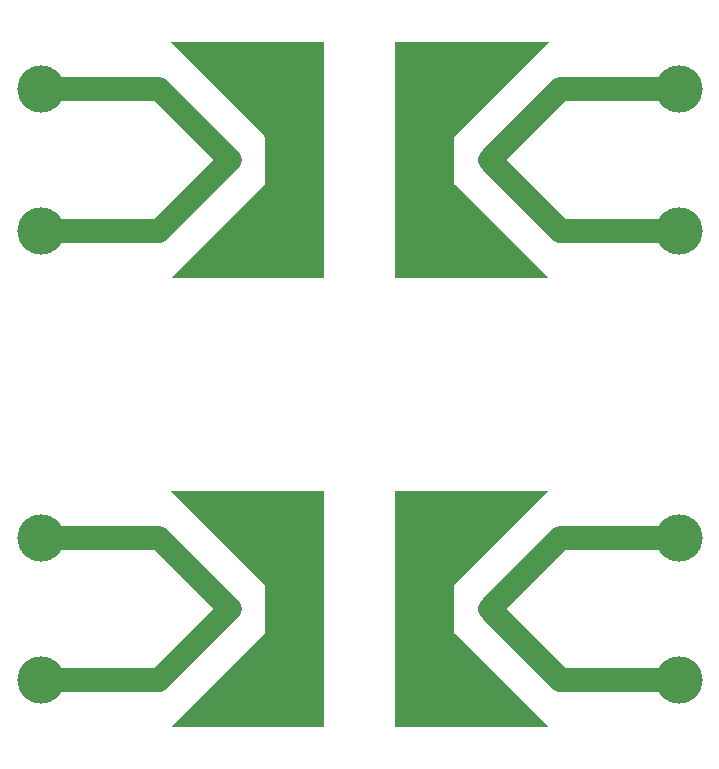
<source format=gbl>
%FSLAX21Y21*%
%MOMM*%
%ADD10C,2*%
%ADD11C,4*%
%LPD*%
D10*
X180Y60D02*
G01*
X280D01*
X340Y120D01*
X280Y180D01*
X180D01*
D11*
Y60D03*
Y180D03*
G36*
X290Y20D02*
X420D01*
Y220D01*
X290D01*
X370Y140D01*
Y100D01*
X290Y20D01*
G37*
D10*
X720Y180D02*
X620D01*
X560Y120D01*
X620Y60D01*
X720D01*
D11*
Y180D03*
Y60D03*
G36*
X610Y220D02*
X480D01*
Y20D01*
X610D01*
X530Y100D01*
Y140D01*
X610Y220D01*
G37*
D10*
X180Y440D02*
X280D01*
X340Y500D01*
X280Y560D01*
X180D01*
D11*
Y440D03*
Y560D03*
G36*
X290Y400D02*
X420D01*
Y600D01*
X290D01*
X370Y520D01*
Y480D01*
X290Y400D01*
G37*
D10*
X720Y560D02*
X620D01*
X560Y500D01*
X620Y440D01*
X720D01*
D11*
Y560D03*
Y440D03*
G36*
X610Y600D02*
X480D01*
Y400D01*
X610D01*
X530Y480D01*
Y520D01*
X610Y600D01*
G37*
M02*

</source>
